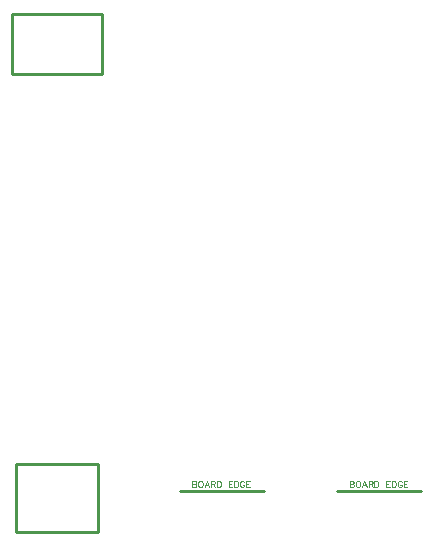
<source format=gbr>
G04 DipTrace 3.1.0.1*
G04 TopAssy.gbr*
%MOIN*%
G04 #@! TF.FileFunction,Drawing,Top*
G04 #@! TF.Part,Single*
%ADD10C,0.009843*%
%ADD49C,0.003088*%
%FSLAX26Y26*%
G04*
G70*
G90*
G75*
G01*
G04 TopAssy*
%LPD*%
X738347Y2063387D2*
D10*
X1038367D1*
Y2263309D1*
X738347D1*
Y2063387D1*
X750877Y763464D2*
Y538358D1*
X1025767D1*
Y763464D1*
X750877D1*
X1298987Y673155D2*
X1577727D1*
X1823987D2*
X2102727D1*
X1339889Y706526D2*
D49*
Y686430D1*
X1348511D1*
X1351385Y687403D1*
X1352336Y688354D1*
X1353286Y690255D1*
Y693129D1*
X1352336Y695052D1*
X1351385Y696003D1*
X1348511Y696954D1*
X1351385Y697926D1*
X1352336Y698877D1*
X1353286Y700778D1*
Y702702D1*
X1352336Y704603D1*
X1351385Y705576D1*
X1348511Y706526D1*
X1339889D1*
Y696954D2*
X1348511D1*
X1365210Y706526D2*
X1363287Y705576D1*
X1361385Y703652D1*
X1360413Y701751D1*
X1359462Y698877D1*
Y694080D1*
X1360413Y691228D1*
X1361385Y689304D1*
X1363287Y687403D1*
X1365210Y686430D1*
X1369035D1*
X1370936Y687403D1*
X1372859Y689304D1*
X1373810Y691228D1*
X1374761Y694080D1*
Y698877D1*
X1373810Y701751D1*
X1372859Y703652D1*
X1370936Y705576D1*
X1369035Y706526D1*
X1365210D1*
X1396257Y686430D2*
X1388586Y706526D1*
X1380936Y686430D1*
X1383810Y693129D2*
X1393383D1*
X1402433Y696954D2*
X1411033D1*
X1413907Y697926D1*
X1414879Y698877D1*
X1415830Y700778D1*
Y702702D1*
X1414879Y704603D1*
X1413907Y705576D1*
X1411033Y706526D1*
X1402433D1*
Y686430D1*
X1409131Y696954D2*
X1415830Y686430D1*
X1422006Y706526D2*
Y686430D1*
X1428704D1*
X1431578Y687403D1*
X1433502Y689304D1*
X1434452Y691228D1*
X1435403Y694080D1*
Y698877D1*
X1434452Y701751D1*
X1433502Y703652D1*
X1431578Y705576D1*
X1428704Y706526D1*
X1422006D1*
X1473444D2*
X1461019D1*
Y686430D1*
X1473444D1*
X1461019Y696954D2*
X1468668D1*
X1479619Y706526D2*
Y686430D1*
X1486318D1*
X1489192Y687403D1*
X1491115Y689304D1*
X1492066Y691228D1*
X1493017Y694080D1*
Y698877D1*
X1492066Y701751D1*
X1491115Y703652D1*
X1489192Y705576D1*
X1486318Y706526D1*
X1479619D1*
X1513540Y701751D2*
X1512590Y703652D1*
X1510666Y705576D1*
X1508765Y706526D1*
X1504940D1*
X1503017Y705576D1*
X1501116Y703652D1*
X1500143Y701751D1*
X1499192Y698877D1*
Y694080D1*
X1500143Y691228D1*
X1501116Y689304D1*
X1503017Y687403D1*
X1504940Y686430D1*
X1508765D1*
X1510666Y687403D1*
X1512590Y689304D1*
X1513540Y691228D1*
Y694080D1*
X1508765D1*
X1532141Y706526D2*
X1519716D1*
Y686430D1*
X1532141D1*
X1519716Y696954D2*
X1527365D1*
X1864889Y706526D2*
Y686430D1*
X1873511D1*
X1876385Y687403D1*
X1877336Y688354D1*
X1878286Y690255D1*
Y693129D1*
X1877336Y695052D1*
X1876385Y696003D1*
X1873511Y696954D1*
X1876385Y697926D1*
X1877336Y698877D1*
X1878286Y700778D1*
Y702702D1*
X1877336Y704603D1*
X1876385Y705576D1*
X1873511Y706526D1*
X1864889D1*
Y696954D2*
X1873511D1*
X1890210Y706526D2*
X1888287Y705576D1*
X1886385Y703652D1*
X1885413Y701751D1*
X1884462Y698877D1*
Y694080D1*
X1885413Y691228D1*
X1886385Y689304D1*
X1888287Y687403D1*
X1890210Y686430D1*
X1894035D1*
X1895936Y687403D1*
X1897859Y689304D1*
X1898810Y691228D1*
X1899761Y694080D1*
Y698877D1*
X1898810Y701751D1*
X1897859Y703652D1*
X1895936Y705576D1*
X1894035Y706526D1*
X1890210D1*
X1921257Y686430D2*
X1913586Y706526D1*
X1905936Y686430D1*
X1908810Y693129D2*
X1918383D1*
X1927433Y696954D2*
X1936033D1*
X1938907Y697926D1*
X1939879Y698877D1*
X1940830Y700778D1*
Y702702D1*
X1939879Y704603D1*
X1938907Y705576D1*
X1936033Y706526D1*
X1927433D1*
Y686430D1*
X1934131Y696954D2*
X1940830Y686430D1*
X1947006Y706526D2*
Y686430D1*
X1953704D1*
X1956578Y687403D1*
X1958502Y689304D1*
X1959452Y691228D1*
X1960403Y694080D1*
Y698877D1*
X1959452Y701751D1*
X1958502Y703652D1*
X1956578Y705576D1*
X1953704Y706526D1*
X1947006D1*
X1998444D2*
X1986019D1*
Y686430D1*
X1998444D1*
X1986019Y696954D2*
X1993668D1*
X2004619Y706526D2*
Y686430D1*
X2011318D1*
X2014192Y687403D1*
X2016115Y689304D1*
X2017066Y691228D1*
X2018017Y694080D1*
Y698877D1*
X2017066Y701751D1*
X2016115Y703652D1*
X2014192Y705576D1*
X2011318Y706526D1*
X2004619D1*
X2038540Y701751D2*
X2037590Y703652D1*
X2035666Y705576D1*
X2033765Y706526D1*
X2029940D1*
X2028017Y705576D1*
X2026116Y703652D1*
X2025143Y701751D1*
X2024192Y698877D1*
Y694080D1*
X2025143Y691228D1*
X2026116Y689304D1*
X2028017Y687403D1*
X2029940Y686430D1*
X2033765D1*
X2035666Y687403D1*
X2037590Y689304D1*
X2038540Y691228D1*
Y694080D1*
X2033765D1*
X2057141Y706526D2*
X2044716D1*
Y686430D1*
X2057141D1*
X2044716Y696954D2*
X2052365D1*
M02*

</source>
